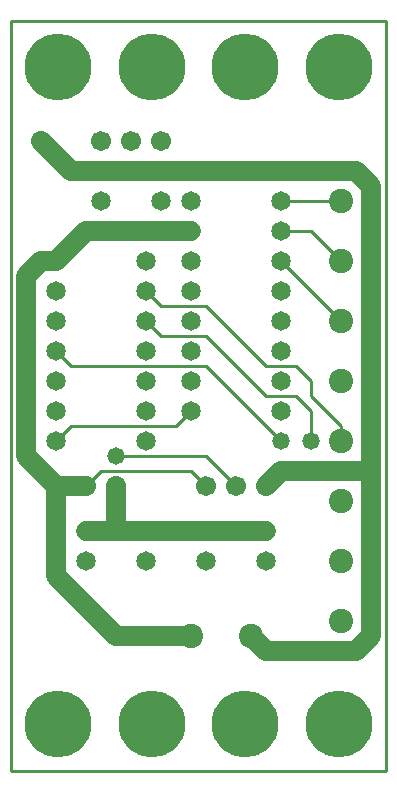
<source format=gtl>
%MOIN*%
%FSLAX25Y25*%
G04 D10 used for Character Trace; *
G04     Circle (OD=.01000) (No hole)*
G04 D11 used for Power Trace; *
G04     Circle (OD=.06700) (No hole)*
G04 D12 used for Signal Trace; *
G04     Circle (OD=.01100) (No hole)*
G04 D13 used for Via; *
G04     Circle (OD=.05800) (Round. Hole ID=.02800)*
G04 D14 used for Component hole; *
G04     Circle (OD=.06500) (Round. Hole ID=.03500)*
G04 D15 used for Component hole; *
G04     Circle (OD=.06700) (Round. Hole ID=.04300)*
G04 D16 used for Component hole; *
G04     Circle (OD=.08100) (Round. Hole ID=.05100)*
G04 D17 used for Component hole; *
G04     Circle (OD=.08900) (Round. Hole ID=.05900)*
G04 D18 used for Component hole; *
G04     Circle (OD=.11300) (Round. Hole ID=.08300)*
G04 D19 used for Component hole; *
G04     Circle (OD=.16000) (Round. Hole ID=.13000)*
G04 D20 used for Component hole; *
G04     Circle (OD=.18300) (Round. Hole ID=.15300)*
G04 D21 used for Component hole; *
G04     Circle (OD=.22291) (Round. Hole ID=.19291)*
%ADD10C,.01000*%
%ADD11C,.06700*%
%ADD12C,.01100*%
%ADD13C,.05800*%
%ADD14C,.06500*%
%ADD15C,.06700*%
%ADD16C,.08100*%
%ADD17C,.08900*%
%ADD18C,.11300*%
%ADD19C,.16000*%
%ADD20C,.18300*%
%ADD21C,.22291*%
%IPPOS*%
%LPD*%
G90*X0Y0D02*D21*X15625Y15625D03*D11*              
X35000Y45000D02*X60000D01*D16*D03*X80000D03*D11*  
X85000Y40000D01*X115000D01*X120000Y45000D01*      
Y100000D01*X90000D01*X85000Y95000D01*D15*D03*     
X75000D03*D12*X65000Y105000D01*X35000D01*D13*D03* 
D12*X25000Y95000D02*X30000Y100000D01*D15*         
X25000Y95000D03*D11*X15000D01*D15*D03*D11*        
Y65000D01*X35000Y45000D01*D14*X45000Y70000D03*    
X25000D03*D21*X46875Y15625D03*D14*X65000Y70000D03*
Y80000D03*D11*X45000D01*D14*D03*D11*X35000D01*    
X25000D01*D14*D03*D11*X35000D02*Y95000D01*D15*D03*
D12*X30000Y100000D02*X60000D01*X65000Y95000D01*   
D15*D03*D11*Y80000D02*X85000D01*D14*D03*Y70000D03*
D16*X110000D03*Y90000D03*Y110000D03*D12*          
Y115000D01*X100000Y125000D01*Y130000D01*          
X95000Y135000D01*X85000D01*X65000Y155000D01*      
X50000D01*X45000Y160000D01*D14*D03*Y170000D03*    
Y150000D03*D12*X50000Y145000D01*X65000D01*        
X85000Y125000D01*X95000D01*X100000Y120000D01*     
Y110000D01*D13*D03*D14*X90000Y120000D03*D13*      
Y110000D03*D12*X65000Y135000D01*X20000D01*        
X15000Y140000D01*D14*D03*Y150000D03*Y130000D03*   
Y160000D03*Y120000D03*D12*Y110000D02*             
X20000Y115000D01*D14*X15000Y110000D03*D12*        
X20000Y115000D02*X55000D01*X60000Y120000D01*D14*  
D03*Y130000D03*X45000D03*Y120000D03*Y110000D03*   
X60000Y140000D03*X45000D03*X90000Y150000D03*      
X60000D03*X90000Y130000D03*Y140000D03*Y160000D03* 
X60000D03*D11*X15000Y95000D02*X5000Y105000D01*    
Y165000D01*X10000Y170000D01*X15000D01*D14*D03*D11*
X25000Y180000D01*X60000D01*D14*D03*               
X50000Y190000D03*X60000D03*Y170000D03*D13*        
X50000Y200000D03*D11*X20000D01*X10000Y210000D01*  
D15*D03*D14*X30000Y190000D03*D15*Y210000D03*D21*  
X15625Y234375D03*D15*X40000Y210000D03*D21*        
X46875Y234375D03*D11*X50000Y200000D02*X115000D01* 
X120000Y195000D01*Y100000D01*D16*                 
X110000Y130000D03*Y50000D03*Y150000D03*D12*       
X90000Y170000D01*D14*D03*D12*X110000D02*          
X100000Y180000D01*D16*X110000Y170000D03*D12*      
X90000Y180000D02*X100000D01*D14*X90000D03*        
Y190000D03*D12*X110000D01*D16*D03*D21*            
X109375Y234375D03*X78125D03*D15*X50000Y210000D03* 
D12*X125000Y0D02*Y250000D01*X0Y0D02*X125000D01*   
X0D02*Y250000D01*X125000D01*D21*X78125Y15625D03*  
X109375D03*M02*                                   

</source>
